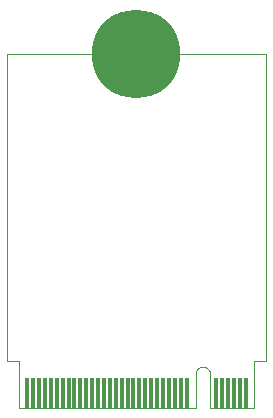
<source format=gtl>
G75*
%MOIN*%
%OFA0B0*%
%FSLAX25Y25*%
%IPPOS*%
%LPD*%
%AMOC8*
5,1,8,0,0,1.08239X$1,22.5*
%
%ADD10C,0.00000*%
%ADD11R,0.01378X0.09843*%
%ADD12C,0.29528*%
D10*
X0005706Y0001400D02*
X0005706Y0017148D01*
X0001474Y0017148D01*
X0001474Y0119510D01*
X0037891Y0119510D01*
X0037893Y0119342D01*
X0037899Y0119175D01*
X0037909Y0119007D01*
X0037924Y0118840D01*
X0037942Y0118673D01*
X0037964Y0118507D01*
X0037991Y0118341D01*
X0038021Y0118176D01*
X0038056Y0118012D01*
X0038094Y0117849D01*
X0038137Y0117686D01*
X0038183Y0117525D01*
X0038233Y0117365D01*
X0038288Y0117206D01*
X0038346Y0117049D01*
X0038407Y0116893D01*
X0038473Y0116738D01*
X0038542Y0116585D01*
X0038616Y0116434D01*
X0038692Y0116285D01*
X0038773Y0116138D01*
X0038856Y0115993D01*
X0038944Y0115849D01*
X0039035Y0115708D01*
X0039129Y0115570D01*
X0039227Y0115433D01*
X0039328Y0115299D01*
X0039432Y0115167D01*
X0039539Y0115038D01*
X0039650Y0114912D01*
X0039763Y0114789D01*
X0039879Y0114668D01*
X0039999Y0114550D01*
X0040121Y0114435D01*
X0040246Y0114323D01*
X0040374Y0114214D01*
X0040504Y0114108D01*
X0040637Y0114006D01*
X0040772Y0113906D01*
X0040910Y0113810D01*
X0041050Y0113718D01*
X0041192Y0113629D01*
X0041336Y0113543D01*
X0041482Y0113461D01*
X0041631Y0113382D01*
X0041781Y0113308D01*
X0041933Y0113236D01*
X0042086Y0113169D01*
X0042242Y0113105D01*
X0042398Y0113045D01*
X0042556Y0112989D01*
X0042716Y0112937D01*
X0042876Y0112888D01*
X0043038Y0112844D01*
X0043201Y0112804D01*
X0043365Y0112767D01*
X0043530Y0112735D01*
X0043695Y0112706D01*
X0043861Y0112682D01*
X0044027Y0112661D01*
X0044194Y0112645D01*
X0044362Y0112633D01*
X0044529Y0112625D01*
X0044697Y0112621D01*
X0044865Y0112621D01*
X0045033Y0112625D01*
X0045200Y0112633D01*
X0045368Y0112645D01*
X0045535Y0112661D01*
X0045701Y0112682D01*
X0045867Y0112706D01*
X0046032Y0112735D01*
X0046197Y0112767D01*
X0046361Y0112804D01*
X0046524Y0112844D01*
X0046686Y0112888D01*
X0046846Y0112937D01*
X0047006Y0112989D01*
X0047164Y0113045D01*
X0047320Y0113105D01*
X0047476Y0113169D01*
X0047629Y0113236D01*
X0047781Y0113308D01*
X0047931Y0113382D01*
X0048080Y0113461D01*
X0048226Y0113543D01*
X0048370Y0113629D01*
X0048512Y0113718D01*
X0048652Y0113810D01*
X0048790Y0113906D01*
X0048925Y0114006D01*
X0049058Y0114108D01*
X0049188Y0114214D01*
X0049316Y0114323D01*
X0049441Y0114435D01*
X0049563Y0114550D01*
X0049683Y0114668D01*
X0049799Y0114789D01*
X0049912Y0114912D01*
X0050023Y0115038D01*
X0050130Y0115167D01*
X0050234Y0115299D01*
X0050335Y0115433D01*
X0050433Y0115570D01*
X0050527Y0115708D01*
X0050618Y0115849D01*
X0050706Y0115993D01*
X0050789Y0116138D01*
X0050870Y0116285D01*
X0050946Y0116434D01*
X0051020Y0116585D01*
X0051089Y0116738D01*
X0051155Y0116893D01*
X0051216Y0117049D01*
X0051274Y0117206D01*
X0051329Y0117365D01*
X0051379Y0117525D01*
X0051425Y0117686D01*
X0051468Y0117849D01*
X0051506Y0118012D01*
X0051541Y0118176D01*
X0051571Y0118341D01*
X0051598Y0118507D01*
X0051620Y0118673D01*
X0051638Y0118840D01*
X0051653Y0119007D01*
X0051663Y0119175D01*
X0051669Y0119342D01*
X0051671Y0119510D01*
X0088088Y0119510D01*
X0088088Y0017148D01*
X0083856Y0017148D01*
X0083856Y0001400D01*
X0069289Y0001400D01*
X0069289Y0012817D01*
X0069288Y0012817D02*
X0069285Y0012914D01*
X0069277Y0013011D01*
X0069265Y0013108D01*
X0069249Y0013203D01*
X0069230Y0013299D01*
X0069207Y0013393D01*
X0069180Y0013486D01*
X0069149Y0013578D01*
X0069114Y0013669D01*
X0069076Y0013759D01*
X0069035Y0013846D01*
X0068989Y0013932D01*
X0068941Y0014016D01*
X0068889Y0014098D01*
X0068834Y0014178D01*
X0068775Y0014256D01*
X0068714Y0014331D01*
X0068649Y0014404D01*
X0068582Y0014474D01*
X0068512Y0014541D01*
X0068439Y0014606D01*
X0068364Y0014667D01*
X0068286Y0014725D01*
X0068206Y0014781D01*
X0068124Y0014832D01*
X0068040Y0014881D01*
X0067954Y0014926D01*
X0067866Y0014968D01*
X0067777Y0015006D01*
X0067686Y0015040D01*
X0067594Y0015071D01*
X0067501Y0015098D01*
X0067406Y0015121D01*
X0067311Y0015141D01*
X0067215Y0015156D01*
X0067119Y0015168D01*
X0067022Y0015176D01*
X0066925Y0015180D01*
X0066828Y0015179D01*
X0066828Y0015180D02*
X0066735Y0015177D01*
X0066642Y0015169D01*
X0066549Y0015158D01*
X0066457Y0015143D01*
X0066366Y0015124D01*
X0066276Y0015101D01*
X0066186Y0015075D01*
X0066098Y0015046D01*
X0066011Y0015013D01*
X0065925Y0014976D01*
X0065841Y0014936D01*
X0065758Y0014893D01*
X0065678Y0014846D01*
X0065599Y0014796D01*
X0065522Y0014743D01*
X0065448Y0014687D01*
X0065376Y0014628D01*
X0065306Y0014566D01*
X0065239Y0014501D01*
X0065174Y0014434D01*
X0065113Y0014364D01*
X0065054Y0014292D01*
X0064998Y0014217D01*
X0064945Y0014141D01*
X0064895Y0014062D01*
X0064849Y0013981D01*
X0064806Y0013899D01*
X0064766Y0013814D01*
X0064729Y0013729D01*
X0064696Y0013641D01*
X0064667Y0013553D01*
X0064641Y0013463D01*
X0064619Y0013373D01*
X0064600Y0013282D01*
X0064586Y0013190D01*
X0064574Y0013097D01*
X0064567Y0013004D01*
X0064563Y0012911D01*
X0064564Y0012818D01*
X0064564Y0012817D02*
X0064564Y0001400D01*
X0005706Y0001400D01*
D11*
X0008363Y0006321D03*
X0010332Y0006321D03*
X0012300Y0006321D03*
X0014269Y0006321D03*
X0016237Y0006321D03*
X0018206Y0006321D03*
X0020174Y0006321D03*
X0022143Y0006321D03*
X0024111Y0006321D03*
X0026080Y0006321D03*
X0028048Y0006321D03*
X0030017Y0006321D03*
X0031986Y0006321D03*
X0033954Y0006321D03*
X0035923Y0006321D03*
X0037891Y0006321D03*
X0039860Y0006321D03*
X0041828Y0006321D03*
X0043797Y0006321D03*
X0045765Y0006321D03*
X0047734Y0006321D03*
X0049702Y0006321D03*
X0051671Y0006321D03*
X0053639Y0006321D03*
X0055608Y0006321D03*
X0057576Y0006321D03*
X0059545Y0006321D03*
X0061513Y0006321D03*
X0071356Y0006321D03*
X0073324Y0006321D03*
X0075293Y0006321D03*
X0077261Y0006321D03*
X0079230Y0006321D03*
X0081198Y0006321D03*
D12*
X0044781Y0119510D03*
M02*

</source>
